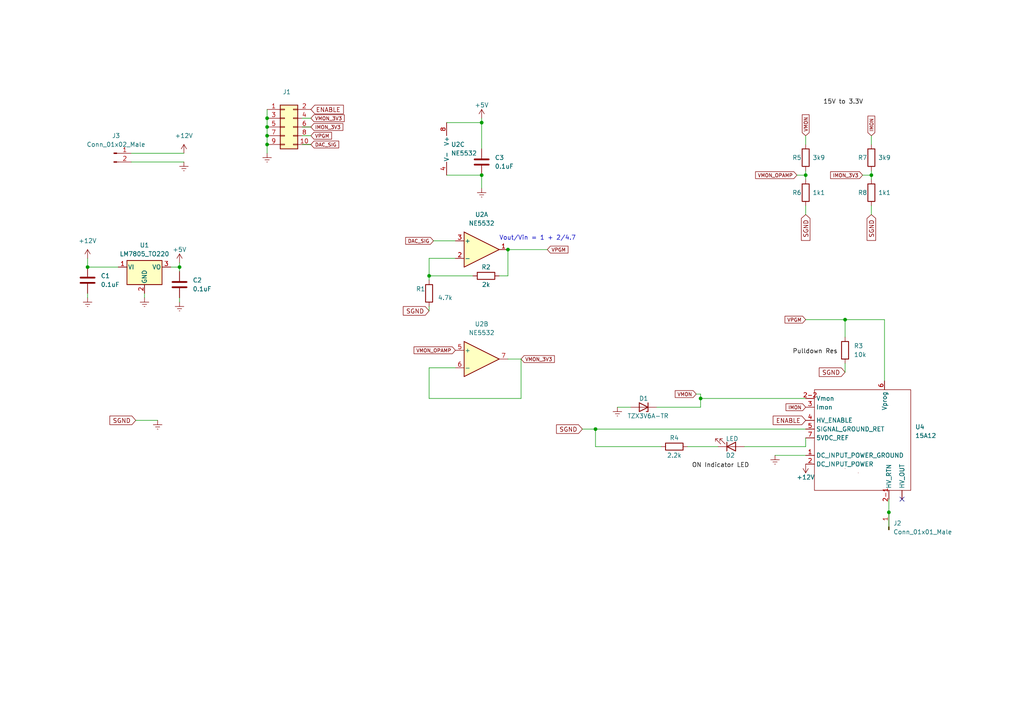
<source format=kicad_sch>
(kicad_sch (version 20211123) (generator eeschema)
  (paper "A4")
  (lib_symbols
    (symbol "Amplifier_Operational:NE5532" (pin_names (offset 0.127))
      (property "Reference" "U" (at 0 5.08 0))
      (property "Value" "NE5532" (at 0 -5.08 0))
      (symbol "NE5532_1_1"
        (polyline (pts (xy -5.08 5.08) (xy 5.08 0) (xy -5.08 -5.08) (xy -5.08 5.08)) (stroke (width 0.254)) (fill (type background)))
        (pin output line (at 7.62 0 180) (length 2.54) (name "~") (number "1"))
        (pin input line (at -7.62 -2.54 0) (length 2.54) (name "-") (number "2"))
        (pin input line (at -7.62 2.54 0) (length 2.54) (name "+") (number "3"))
      )
      (symbol "NE5532_2_1"
        (polyline (pts (xy -5.08 5.08) (xy 5.08 0) (xy -5.08 -5.08) (xy -5.08 5.08)) (stroke (width 0.254)) (fill (type background)))
        (pin input line (at -7.62 2.54 0) (length 2.54) (name "+") (number "5"))
        (pin input line (at -7.62 -2.54 0) (length 2.54) (name "-") (number "6"))
        (pin output line (at 7.62 0 180) (length 2.54) (name "~") (number "7"))
      )
      (symbol "NE5532_3_1"
        (pin power_in line (at -2.54 -7.62 90) (length 3.81) (name "V-") (number "4"))
        (pin power_in line (at -2.54 7.62 270) (length 3.81) (name "V+") (number "8"))
      )
    )
    (symbol "Connector:Conn_01x01_Male" (pin_names (offset 1.016) hide)
      (property "Reference" "J" (at 0 2.54 0))
      (property "Value" "Conn_01x01_Male" (at 0 -2.54 0))
      (symbol "Conn_01x01_Male_1_1"
        (polyline (pts (xy 1.27 0) (xy 0.8636 0)) (stroke (width 0.1524)))
        (rectangle (start 0.8636 0.127) (end 0 -0.127) (stroke (width 0.1524)) (fill (type outline)))
        (pin passive line (at 5.08 0 180) (length 3.81) (name "Pin_1") (number "1"))
      )
    )
    (symbol "Connector:Conn_01x02_Male" (pin_names (offset 1.016) hide)
      (property "Reference" "J" (at 0 2.54 0))
      (property "Value" "Conn_01x02_Male" (at 0 -5.08 0))
      (symbol "Conn_01x02_Male_1_1"
        (polyline (pts (xy 1.27 -2.54) (xy 0.8636 -2.54)) (stroke (width 0.1524)))
        (polyline (pts (xy 1.27 0) (xy 0.8636 0)) (stroke (width 0.1524)))
        (rectangle (start 0.8636 -2.413) (end 0 -2.667) (stroke (width 0.1524)) (fill (type outline)))
        (rectangle (start 0.8636 0.127) (end 0 -0.127) (stroke (width 0.1524)) (fill (type outline)))
        (pin passive line (at 5.08 0 180) (length 3.81) (name "Pin_1") (number "1"))
        (pin passive line (at 5.08 -2.54 180) (length 3.81) (name "Pin_2") (number "2"))
      )
    )
    (symbol "Connector_Generic:Conn_02x05_Odd_Even" (pin_names (offset 1.016) hide)
      (property "Reference" "J" (at 1.27 7.62 0))
      (property "Value" "Conn_02x05_Odd_Even" (at 1.27 -7.62 0))
      (symbol "Conn_02x05_Odd_Even_1_1"
        (rectangle (start -1.27 -4.953) (end 0 -5.207) (stroke (width 0.1524)))
        (rectangle (start -1.27 -2.413) (end 0 -2.667) (stroke (width 0.1524)))
        (rectangle (start -1.27 0.127) (end 0 -0.127) (stroke (width 0.1524)))
        (rectangle (start -1.27 2.667) (end 0 2.413) (stroke (width 0.1524)))
        (rectangle (start -1.27 5.207) (end 0 4.953) (stroke (width 0.1524)))
        (rectangle (start -1.27 6.35) (end 3.81 -6.35) (stroke (width 0.254)) (fill (type background)))
        (rectangle (start 3.81 -4.953) (end 2.54 -5.207) (stroke (width 0.1524)))
        (rectangle (start 3.81 -2.413) (end 2.54 -2.667) (stroke (width 0.1524)))
        (rectangle (start 3.81 0.127) (end 2.54 -0.127) (stroke (width 0.1524)))
        (rectangle (start 3.81 2.667) (end 2.54 2.413) (stroke (width 0.1524)))
        (rectangle (start 3.81 5.207) (end 2.54 4.953) (stroke (width 0.1524)))
        (pin passive line (at -5.08 5.08 0) (length 3.81) (name "Pin_1") (number "1"))
        (pin passive line (at 7.62 -5.08 180) (length 3.81) (name "Pin_10") (number "10"))
        (pin passive line (at 7.62 5.08 180) (length 3.81) (name "Pin_2") (number "2"))
        (pin passive line (at -5.08 2.54 0) (length 3.81) (name "Pin_3") (number "3"))
        (pin passive line (at 7.62 2.54 180) (length 3.81) (name "Pin_4") (number "4"))
        (pin passive line (at -5.08 0 0) (length 3.81) (name "Pin_5") (number "5"))
        (pin passive line (at 7.62 0 180) (length 3.81) (name "Pin_6") (number "6"))
        (pin passive line (at -5.08 -2.54 0) (length 3.81) (name "Pin_7") (number "7"))
        (pin passive line (at 7.62 -2.54 180) (length 3.81) (name "Pin_8") (number "8"))
        (pin passive line (at -5.08 -5.08 0) (length 3.81) (name "Pin_9") (number "9"))
      )
    )
    (symbol "Device:C" (pin_numbers hide) (pin_names (offset 0.254))
      (property "Reference" "C" (at 0.635 2.54 0))
      (property "Value" "C" (at 0.635 -2.54 0))
      (symbol "C_0_1"
        (polyline (pts (xy -2.032 -0.762) (xy 2.032 -0.762)) (stroke (width 0.508)))
        (polyline (pts (xy -2.032 0.762) (xy 2.032 0.762)) (stroke (width 0.508)))
      )
      (symbol "C_1_1"
        (pin passive line (at 0 3.81 270) (length 2.794) (name "~") (number "1"))
        (pin passive line (at 0 -3.81 90) (length 2.794) (name "~") (number "2"))
      )
    )
    (symbol "Device:D_Zener" (pin_numbers hide) (pin_names (offset 1.016) hide)
      (property "Reference" "D" (at 0 2.54 0))
      (property "Value" "D_Zener" (at 0 -2.54 0))
      (symbol "D_Zener_0_1"
        (polyline (pts (xy 1.27 0) (xy -1.27 0)))
        (polyline (pts (xy -1.27 -1.27) (xy -1.27 1.27) (xy -0.762 1.27)) (stroke (width 0.254)))
        (polyline (pts (xy 1.27 -1.27) (xy 1.27 1.27) (xy -1.27 0) (xy 1.27 -1.27)) (stroke (width 0.254)))
      )
      (symbol "D_Zener_1_1"
        (pin passive line (at -3.81 0 0) (length 2.54) (name "K") (number "1"))
        (pin passive line (at 3.81 0 180) (length 2.54) (name "A") (number "2"))
      )
    )
    (symbol "Device:LED" (pin_numbers hide) (pin_names (offset 1.016) hide)
      (property "Reference" "D" (at 0 2.54 0))
      (property "Value" "LED" (at 0 -2.54 0))
      (symbol "LED_0_1"
        (polyline (pts (xy -1.27 -1.27) (xy -1.27 1.27)) (stroke (width 0.254)))
        (polyline (pts (xy -1.27 0) (xy 1.27 0)))
        (polyline (pts (xy 1.27 -1.27) (xy 1.27 1.27) (xy -1.27 0) (xy 1.27 -1.27)) (stroke (width 0.254)))
        (polyline (pts (xy -3.048 -0.762) (xy -4.572 -2.286) (xy -3.81 -2.286) (xy -4.572 -2.286) (xy -4.572 -1.524)))
        (polyline (pts (xy -1.778 -0.762) (xy -3.302 -2.286) (xy -2.54 -2.286) (xy -3.302 -2.286) (xy -3.302 -1.524)))
      )
      (symbol "LED_1_1"
        (pin passive line (at -3.81 0 0) (length 2.54) (name "K") (number "1"))
        (pin passive line (at 3.81 0 180) (length 2.54) (name "A") (number "2"))
      )
    )
    (symbol "Device:R" (pin_numbers hide) (pin_names (offset 0))
      (property "Reference" "R" (at 2.032 0 90))
      (property "Value" "R" (at 0 0 90))
      (symbol "R_0_1"
        (rectangle (start -1.016 -2.54) (end 1.016 2.54) (stroke (width 0.254)))
      )
      (symbol "R_1_1"
        (pin passive line (at 0 3.81 270) (length 1.27) (name "~") (number "1"))
        (pin passive line (at 0 -3.81 90) (length 1.27) (name "~") (number "2"))
      )
    )
    (symbol "NE5532_1" (pin_names (offset 0.127))
      (property "Reference" "U2" (at 0 10.16 0))
      (property "Value" "NE5532_1" (at 0 7.62 0))
      (symbol "NE5532_1_1_1"
        (polyline (pts (xy -5.08 5.08) (xy 5.08 0) (xy -5.08 -5.08) (xy -5.08 5.08)) (stroke (width 0.254)) (fill (type background)))
        (pin output line (at 7.62 0 180) (length 2.54) (name "~") (number "1"))
        (pin input line (at -7.62 -2.54 0) (length 2.54) (name "-") (number "2"))
        (pin input line (at -7.62 2.54 0) (length 2.54) (name "+") (number "3"))
      )
      (symbol "NE5532_1_2_1"
        (polyline (pts (xy -5.08 5.08) (xy 5.08 0) (xy -5.08 -5.08) (xy -5.08 5.08)) (stroke (width 0.254)) (fill (type background)))
        (pin input line (at -7.62 2.54 0) (length 2.54) (name "+") (number "5"))
        (pin input line (at -7.62 -2.54 0) (length 2.54) (name "-") (number "6"))
        (pin output line (at 7.62 0 180) (length 2.54) (name "~") (number "7"))
      )
      (symbol "NE5532_1_3_1"
        (pin power_in line (at -2.54 -7.62 90) (length 3.81) (name "V-") (number "4"))
        (pin power_in line (at -2.54 7.62 270) (length 3.81) (name "V+") (number "8"))
      )
    )
    (symbol "Regulator_Linear:LM7805_TO220" (pin_names (offset 0.254))
      (property "Reference" "U" (at -3.81 3.175 0))
      (property "Value" "LM7805_TO220" (at 0 3.175 0))
      (symbol "LM7805_TO220_0_1"
        (rectangle (start -5.08 1.905) (end 5.08 -5.08) (stroke (width 0.254)) (fill (type background)))
      )
      (symbol "LM7805_TO220_1_1"
        (pin power_in line (at -7.62 0 0) (length 2.54) (name "VI") (number "1"))
        (pin power_in line (at 0 -7.62 90) (length 2.54) (name "GND") (number "2"))
        (pin power_out line (at 7.62 0 180) (length 2.54) (name "VO") (number "3"))
      )
    )
    (symbol "design:15A12"
      (property "Reference" "U4" (at 20.32 -1.9049 0))
      (property "Value" "15A12" (at 20.32 -4.4449 0))
      (symbol "15A12_0_1"
        (rectangle (start -8.89 8.89) (end 19.05 -20.32))
        (rectangle (start 0 -13.97) (end 0 -13.97))
        (rectangle (start 3.81 -15.24) (end 3.81 -15.24))
      )
      (symbol "15A12_1_1"
        (pin input line (at 16.51 -22.86 90) (length 2.54) (name "HV_OUT") (number ""))
        (pin input line (at -11.43 -10.16 0) (length 2.54) (name "DC_INPUT_POWER_GROUND") (number "1"))
        (pin output line (at -11.43 -12.7 0) (length 2.54) (name "DC_INPUT_POWER") (number "2"))
        (pin input line (at 12.7 -22.86 90) (length 2.54) (name "HV_RTN") (number "2-1"))
        (pin input line (at -11.43 6.35 0) (length 2.54) (name "Vmon") (number "2-2"))
        (pin output line (at -11.43 3.81 0) (length 2.54) (name "Imon") (number "3"))
        (pin input line (at -11.43 0 0) (length 2.54) (name "HV_ENABLE") (number "4"))
        (pin input line (at -11.43 -2.54 0) (length 2.54) (name "SIGNAL_GROUND_RET") (number "5"))
        (pin input line (at 11.43 11.43 270) (length 2.54) (name "Vprog") (number "6"))
        (pin output line (at -11.43 -5.08 0) (length 2.54) (name "5VDC_REF") (number "7"))
      )
    )
    (symbol "power:+12V" (power) (pin_names (offset 0))
      (property "Value" "+12V" (at 0 3.556 0))
      (symbol "+12V_0_1"
        (polyline (pts (xy -0.762 1.27) (xy 0 2.54)))
        (polyline (pts (xy 0 0) (xy 0 2.54)))
        (polyline (pts (xy 0 2.54) (xy 0.762 1.27)))
      )
      (symbol "+12V_1_1"
        (pin power_in line (at 0 0 90) (length 0) hide (name "+12V") (number "1"))
      )
    )
    (symbol "power:+5V" (power) (pin_names (offset 0))
      (property "Value" "+5V" (at 0 3.556 0))
      (symbol "+5V_0_1"
        (polyline (pts (xy -0.762 1.27) (xy 0 2.54)))
        (polyline (pts (xy 0 0) (xy 0 2.54)))
        (polyline (pts (xy 0 2.54) (xy 0.762 1.27)))
      )
      (symbol "+5V_1_1"
        (pin power_in line (at 0 0 90) (length 0) hide (name "+5V") (number "1"))
      )
    )
    (symbol "power:Earth" (power) (pin_names (offset 0))
      (symbol "Earth_0_1"
        (polyline (pts (xy -0.635 -1.905) (xy 0.635 -1.905)))
        (polyline (pts (xy -0.127 -2.54) (xy 0.127 -2.54)))
        (polyline (pts (xy 0 -1.27) (xy 0 0)))
        (polyline (pts (xy 1.27 -1.27) (xy -1.27 -1.27)))
      )
      (symbol "Earth_1_1"
        (pin power_in line (at 0 0 270) (length 0) hide (name "Earth") (number "1"))
      )
    )
  )
  (junction (at 139.7 50.8))
  (junction (at 147.32 72.39))
  (junction (at 77.47 36.83))
  (junction (at 203.2 115.57))
  (junction (at 139.7 35.56))
  (junction (at 233.68 50.8))
  (junction (at 245.11 92.71))
  (junction (at 77.47 39.37))
  (junction (at 252.73 50.8))
  (junction (at 77.47 34.29))
  (junction (at 124.46 80.01))
  (junction (at 25.4 77.47))
  (junction (at 172.72 124.46))
  (junction (at 52.07 77.47))
  (junction (at 257.81 148.59))
  (junction (at 77.47 41.91))
  (no_connect (at 261.62 144.78))
  (wire (pts (xy 151.13 104.14) (xy 147.32 104.14)))
  (wire (pts (xy 233.68 49.53) (xy 233.68 50.8)))
  (wire (pts (xy 77.47 34.29) (xy 77.47 31.75)))
  (wire (pts (xy 172.72 124.46) (xy 168.91 124.46)))
  (wire (pts (xy 191.77 129.54) (xy 172.72 129.54)))
  (wire (pts (xy 52.07 77.47) (xy 52.07 78.74)))
  (wire (pts (xy 203.2 115.57) (xy 203.2 118.11)))
  (wire (pts (xy 52.07 76.2) (xy 52.07 77.47)))
  (wire (pts (xy 49.53 77.47) (xy 52.07 77.47)))
  (wire (pts (xy 172.72 124.46) (xy 172.72 129.54)))
  (wire (pts (xy 256.54 92.71) (xy 256.54 110.49)))
  (wire (pts (xy 25.4 85.09) (xy 25.4 86.36)))
  (wire (pts (xy 124.46 80.01) (xy 124.46 81.28)))
  (wire (pts (xy 231.14 50.8) (xy 233.68 50.8)))
  (wire (pts (xy 77.47 44.45) (xy 77.47 41.91)))
  (wire (pts (xy 139.7 35.56) (xy 139.7 43.18)))
  (wire (pts (xy 38.1 44.45) (xy 53.34 44.45)))
  (wire (pts (xy 25.4 77.47) (xy 34.29 77.47)))
  (wire (pts (xy 39.37 121.92) (xy 45.72 121.92)))
  (wire (pts (xy 87.63 39.37) (xy 90.17 39.37)))
  (wire (pts (xy 233.68 129.54) (xy 233.68 127)))
  (wire (pts (xy 41.91 85.09) (xy 41.91 86.36)))
  (wire (pts (xy 77.47 39.37) (xy 77.47 36.83)))
  (wire (pts (xy 125.73 69.85) (xy 132.08 69.85)))
  (wire (pts (xy 245.11 105.41) (xy 245.11 107.95)))
  (wire (pts (xy 139.7 34.29) (xy 139.7 35.56)))
  (wire (pts (xy 151.13 115.57) (xy 124.46 115.57)))
  (wire (pts (xy 38.1 46.99) (xy 53.34 46.99)))
  (wire (pts (xy 87.63 41.91) (xy 90.17 41.91)))
  (wire (pts (xy 215.9 129.54) (xy 233.68 129.54)))
  (wire (pts (xy 233.68 50.8) (xy 233.68 52.07)))
  (wire (pts (xy 233.68 39.37) (xy 233.68 41.91)))
  (wire (pts (xy 203.2 114.3) (xy 203.2 115.57)))
  (wire (pts (xy 139.7 50.8) (xy 139.7 54.61)))
  (wire (pts (xy 147.32 72.39) (xy 158.75 72.39)))
  (wire (pts (xy 52.07 86.36) (xy 52.07 87.63)))
  (wire (pts (xy 147.32 80.01) (xy 144.78 80.01)))
  (wire (pts (xy 124.46 115.57) (xy 124.46 106.68)))
  (wire (pts (xy 77.47 41.91) (xy 77.47 39.37)))
  (wire (pts (xy 252.73 50.8) (xy 252.73 52.07)))
  (wire (pts (xy 124.46 74.93) (xy 132.08 74.93)))
  (wire (pts (xy 245.11 92.71) (xy 245.11 97.79)))
  (wire (pts (xy 25.4 74.93) (xy 25.4 77.47)))
  (wire (pts (xy 203.2 115.57) (xy 233.68 115.57)))
  (wire (pts (xy 87.63 36.83) (xy 90.17 36.83)))
  (wire (pts (xy 233.68 59.69) (xy 233.68 62.23)))
  (wire (pts (xy 77.47 36.83) (xy 77.47 34.29)))
  (wire (pts (xy 124.46 74.93) (xy 124.46 80.01)))
  (wire (pts (xy 250.19 50.8) (xy 252.73 50.8)))
  (wire (pts (xy 252.73 49.53) (xy 252.73 50.8)))
  (wire (pts (xy 172.72 124.46) (xy 233.68 124.46)))
  (wire (pts (xy 124.46 106.68) (xy 132.08 106.68)))
  (wire (pts (xy 87.63 34.29) (xy 90.17 34.29)))
  (wire (pts (xy 245.11 92.71) (xy 256.54 92.71)))
  (wire (pts (xy 139.7 35.56) (xy 129.54 35.56)))
  (wire (pts (xy 124.46 80.01) (xy 137.16 80.01)))
  (wire (pts (xy 124.46 90.17) (xy 124.46 88.9)))
  (wire (pts (xy 129.54 50.8) (xy 139.7 50.8)))
  (wire (pts (xy 151.13 104.14) (xy 151.13 115.57)))
  (wire (pts (xy 252.73 59.69) (xy 252.73 62.23)))
  (wire (pts (xy 199.39 129.54) (xy 208.28 129.54)))
  (wire (pts (xy 252.73 39.37) (xy 252.73 41.91)))
  (wire (pts (xy 179.07 118.11) (xy 182.88 118.11)))
  (wire (pts (xy 201.93 114.3) (xy 203.2 114.3)))
  (wire (pts (xy 257.81 148.59) (xy 257.81 153.67)))
  (wire (pts (xy 190.5 118.11) (xy 203.2 118.11)))
  (wire (pts (xy 224.79 132.08) (xy 233.68 132.08)))
  (wire (pts (xy 233.68 92.71) (xy 245.11 92.71)))
  (wire (pts (xy 257.81 144.78) (xy 257.81 148.59)))
  (wire (pts (xy 147.32 72.39) (xy 147.32 80.01)))
  (text "Vout/Vin = 1 + 2/4.7" (at 144.78 69.85 0) (effects (font (size 1.27 1.27)) (justify left bottom)))
  (label "Pulldown Res" (at 229.87 102.87 0))
  (label "ON Indicator LED" (at 200.66 135.89 0))
  (label "15V to 3.3V" (at 238.76 30.48 0))
  (global_label "IMON_3V3" (shape input) (at 90.17 36.83 0) (effects (font (size 1.016 1.016))) (property "Intersheet References" "${INTERSHEET_REFS}" (effects hide)))
  (global_label "VMON_OPAMP" (shape input) (at 231.14 50.8 180) (effects (font (size 1.016 1.016))) (property "Intersheet References" "${INTERSHEET_REFS}" (effects hide)))
  (global_label "VMON_OPAMP" (shape input) (at 132.08 101.6 180) (effects (font (size 1.016 1.016))) (property "Intersheet References" "${INTERSHEET_REFS}" (effects hide)))
  (global_label "DAC_SIG" (shape input) (at 125.73 69.85 180) (effects (font (size 1.016 1.016))) (property "Intersheet References" "${INTERSHEET_REFS}" (effects hide)))
  (global_label "SGND" (shape input) (at 245.11 107.95 180) (property "Intersheet References" "${INTERSHEET_REFS}" (effects hide)))
  (global_label "ENABLE" (shape input) (at 233.68 121.92 180) (property "Intersheet References" "${INTERSHEET_REFS}" (effects hide)))
  (global_label "VMON" (shape input) (at 201.93 114.3 180) (effects (font (size 1.016 1.016))) (property "Intersheet References" "${INTERSHEET_REFS}" (effects hide)))
  (global_label "VMON" (shape input) (at 233.68 39.37 90) (effects (font (size 1.016 1.016))) (property "Intersheet References" "${INTERSHEET_REFS}" (effects hide)))
  (global_label "SGND" (shape input) (at 168.91 124.46 180) (property "Intersheet References" "${INTERSHEET_REFS}" (effects hide)))
  (global_label "IMON" (shape input) (at 233.68 118.11 180) (effects (font (size 1.016 1.016))) (property "Intersheet References" "${INTERSHEET_REFS}" (effects hide)))
  (global_label "VMON_3V3" (shape input) (at 90.17 34.29 0) (effects (font (size 1.016 1.016))) (property "Intersheet References" "${INTERSHEET_REFS}" (effects hide)))
  (global_label "VMON_3V3" (shape input) (at 151.13 104.14 0) (effects (font (size 1.016 1.016))) (property "Intersheet References" "${INTERSHEET_REFS}" (effects hide)))
  (global_label "ENABLE" (shape input) (at 90.17 31.75 0) (property "Intersheet References" "${INTERSHEET_REFS}" (effects hide)))
  (global_label "VPGM" (shape input) (at 90.17 39.37 0) (effects (font (size 1.016 1.016))) (property "Intersheet References" "${INTERSHEET_REFS}" (effects hide)))
  (global_label "IMON" (shape input) (at 252.73 39.37 90) (effects (font (size 1.016 1.016))) (property "Intersheet References" "${INTERSHEET_REFS}" (effects hide)))
  (global_label "SGND" (shape input) (at 124.46 90.17 180) (property "Intersheet References" "${INTERSHEET_REFS}" (effects hide)))
  (global_label "VPGM" (shape input) (at 158.75 72.39 0) (effects (font (size 1.016 1.016))) (property "Intersheet References" "${INTERSHEET_REFS}" (effects hide)))
  (global_label "SGND" (shape input) (at 39.37 121.92 180) (property "Intersheet References" "${INTERSHEET_REFS}" (effects hide)))
  (global_label "DAC_SIG" (shape input) (at 90.17 41.91 0) (effects (font (size 1.016 1.016))) (property "Intersheet References" "${INTERSHEET_REFS}" (effects hide)))
  (global_label "IMON_3V3" (shape input) (at 250.19 50.8 180) (effects (font (size 1.016 1.016))) (property "Intersheet References" "${INTERSHEET_REFS}" (effects hide)))
  (global_label "VPGM" (shape input) (at 233.68 92.71 180) (effects (font (size 1.016 1.016))) (property "Intersheet References" "${INTERSHEET_REFS}" (effects hide)))
  (global_label "SGND" (shape input) (at 233.68 62.23 270) (property "Intersheet References" "${INTERSHEET_REFS}" (effects hide)))
  (global_label "SGND" (shape input) (at 252.73 62.23 270) (property "Intersheet References" "${INTERSHEET_REFS}" (effects hide)))
  (symbol (lib_id "power:+12V") (at 53.34 44.45 0) (unit 1)
    (property "Reference" "#PWR0105" (effects hide))
    (property "Value" "+12V" (at 53.34 39.37 0))
  )
  (symbol (lib_id "power:Earth") (at 139.7 54.61 0) (unit 1)
    (property "Reference" "#PWR011" (effects hide))
    (property "Value" "Earth" (effects hide))
  )
  (symbol (lib_id "power:Earth") (at 53.34 46.99 0) (unit 1)
    (property "Reference" "#PWR0106" (effects hide))
    (property "Value" "Earth" (effects hide))
  )
  (symbol (lib_id "power:+12V") (at 25.4 74.93 0) (unit 1)
    (property "Reference" "#PWR01" (effects hide))
    (property "Value" "+12V" (at 25.4 69.85 0))
  )
  (symbol (lib_id "Device:D_Zener") (at 186.69 118.11 180) (unit 1)
    (property "Reference" "D1" (at 186.69 115.57 0))
    (property "Value" "TZX3V6A-TR" (at 187.96 120.65 0))
    (property "Footprint" "Diode_THT:D_DO-35_SOD27_P7.62mm_Horizontal" (effects hide))
  )
  (symbol (lib_id "Device:C") (at 139.7 46.99 0) (unit 1)
    (property "Reference" "C3" (at 143.51 45.7199 0) (effects (justify left)))
    (property "Value" "0.1uF" (at 143.51 48.2599 0) (effects (justify left)))
    (property "Footprint" "Capacitor_THT:C_Disc_D4.3mm_W1.9mm_P5.00mm" (effects hide))
  )
  (symbol (lib_id "Regulator_Linear:LM7805_TO220") (at 41.91 77.47 0) (unit 1)
    (property "Reference" "U1" (at 41.91 71.12 0))
    (property "Value" "LM7805_TO220" (at 41.91 73.66 0))
    (property "Footprint" "Package_TO_SOT_THT:TO-220-3_Vertical" (effects hide))
    (property "Datasheet" "https://www.onsemi.cn/PowerSolutions/document/MC7800-D.PDF" (effects hide))
  )
  (symbol (lib_id "power:Earth") (at 77.47 44.45 0) (unit 1)
    (property "Reference" "#PWR0104" (effects hide))
    (property "Value" "Earth" (effects hide))
  )
  (symbol (lib_id "Device:R") (at 233.68 55.88 180) (unit 1)
    (property "Reference" "R6" (at 231.14 55.88 0))
    (property "Value" "1k1" (at 237.49 55.88 0))
    (property "Footprint" "Resistor_THT:R_Axial_DIN0207_L6.3mm_D2.5mm_P10.16mm_Horizontal" (effects hide))
  )
  (symbol (lib_id "power:+5V") (at 52.07 76.2 0) (unit 1)
    (property "Reference" "#PWR04" (effects hide))
    (property "Value" "+5V" (at 52.07 72.39 0))
  )
  (symbol (lib_id "Connector:Conn_01x02_Male") (at 33.02 44.45 0) (unit 1)
    (property "Reference" "J3" (at 33.655 39.37 0))
    (property "Value" "Conn_01x02_Male" (at 33.655 41.91 0))
    (property "Footprint" "Connector_PinSocket_2.54mm:PinSocket_1x02_P2.54mm_Vertical" (effects hide))
  )
  (symbol (lib_id "Amplifier_Operational:NE5532") (at 132.08 43.18 0) (unit 3)
    (property "Reference" "U2" (at 130.81 41.9099 0) (effects (justify left)))
    (property "Value" "NE5532" (at 130.81 44.4499 0) (effects (justify left)))
    (property "Footprint" "Package_DIP:DIP-8_W7.62mm" (effects hide))
    (property "Datasheet" "http://www.ti.com/lit/ds/symlink/ne5532.pdf" (effects hide))
  )
  (symbol (lib_name "NE5532_1") (lib_id "Amplifier_Operational:NE5532") (at 139.7 72.39 0) (unit 1)
    (property "Reference" "U2" (at 139.7 62.23 0))
    (property "Value" "NE5532" (at 139.7 64.77 0))
    (property "Footprint" "Package_DIP:DIP-8_W7.62mm" (effects hide))
    (property "Datasheet" "http://www.ti.com/lit/ds/symlink/ne5532.pdf" (effects hide))
  )
  (symbol (lib_id "Connector:Conn_01x01_Male") (at 257.81 153.67 90) (unit 1) (in_bom no)
    (property "Reference" "J2" (at 259.08 151.7649 90) (effects (justify right)))
    (property "Value" "Conn_01x01_Male" (at 259.08 154.3049 90) (effects (justify right)))
    (property "Footprint" "Connector_Wire:SolderWire-0.75sqmm_1x01_D1.25mm_OD2.3mm_Relief" (effects hide))
  )
  (symbol (lib_id "Device:R") (at 140.97 80.01 90) (unit 1)
    (property "Reference" "R2" (at 140.97 77.47 90))
    (property "Value" "2k" (at 140.97 82.55 90))
    (property "Footprint" "Resistor_THT:R_Axial_DIN0207_L6.3mm_D2.5mm_P7.62mm_Horizontal" (effects hide))
  )
  (symbol (lib_id "Device:R") (at 252.73 55.88 180) (unit 1)
    (property "Reference" "R8" (at 250.19 55.88 0))
    (property "Value" "1k1" (at 256.54 55.88 0))
    (property "Footprint" "Resistor_THT:R_Axial_DIN0207_L6.3mm_D2.5mm_P10.16mm_Horizontal" (effects hide))
  )
  (symbol (lib_id "Amplifier_Operational:NE5532") (at 139.7 104.14 0) (unit 2)
    (property "Reference" "U2" (at 139.7 93.98 0))
    (property "Value" "NE5532" (at 139.7 96.52 0))
    (property "Footprint" "Package_DIP:DIP-8_W7.62mm" (effects hide))
    (property "Datasheet" "http://www.ti.com/lit/ds/symlink/ne5532.pdf" (effects hide))
  )
  (symbol (lib_id "Device:R") (at 245.11 101.6 0) (unit 1)
    (property "Reference" "R3" (at 247.65 100.3299 0) (effects (justify left)))
    (property "Value" "10k" (at 247.65 102.8699 0) (effects (justify left)))
    (property "Footprint" "Resistor_THT:R_Axial_DIN0207_L6.3mm_D2.5mm_P10.16mm_Horizontal" (effects hide))
  )
  (symbol (lib_id "power:+5V") (at 139.7 34.29 0) (unit 1)
    (property "Reference" "#PWR010" (effects hide))
    (property "Value" "+5V" (at 139.7 30.48 0))
  )
  (symbol (lib_id "Device:R") (at 252.73 45.72 180) (unit 1)
    (property "Reference" "R7" (at 250.19 45.72 0))
    (property "Value" "3k9" (at 256.54 45.72 0))
    (property "Footprint" "Resistor_THT:R_Axial_DIN0207_L6.3mm_D2.5mm_P10.16mm_Horizontal" (effects hide))
  )
  (symbol (lib_id "Device:R") (at 233.68 45.72 180) (unit 1)
    (property "Reference" "R5" (at 231.14 45.72 0))
    (property "Value" "3k9" (at 237.49 45.72 0))
    (property "Footprint" "Resistor_THT:R_Axial_DIN0207_L6.3mm_D2.5mm_P10.16mm_Horizontal" (effects hide))
  )
  (symbol (lib_id "Device:R") (at 124.46 85.09 0) (unit 1)
    (property "Reference" "R1" (at 120.65 83.82 0) (effects (justify left)))
    (property "Value" "4.7k" (at 127 86.3599 0) (effects (justify left)))
    (property "Footprint" "Resistor_THT:R_Axial_DIN0207_L6.3mm_D2.5mm_P10.16mm_Horizontal" (effects hide))
  )
  (symbol (lib_id "power:Earth") (at 52.07 87.63 0) (unit 1)
    (property "Reference" "#PWR05" (effects hide))
    (property "Value" "Earth" (effects hide))
  )
  (symbol (lib_id "Device:LED") (at 212.09 129.54 0) (mirror x) (unit 1)
    (property "Reference" "D2" (at 211.836 132.08 0))
    (property "Value" "LED" (at 212.344 127.254 0))
    (property "Footprint" "LED_THT:LED_D3.0mm_Clear" (effects hide))
  )
  (symbol (lib_id "Connector_Generic:Conn_02x05_Odd_Even") (at 82.55 36.83 0) (unit 1)
    (property "Reference" "J1" (at 83.185 26.67 0))
    (property "Value" "Conn_01x07_Male" (effects hide))
    (property "Footprint" "Connector_PinSocket_2.54mm:PinSocket_2x05_P2.54mm_Vertical" (effects hide))
  )
  (symbol (lib_id "power:Earth") (at 25.4 86.36 0) (unit 1)
    (property "Reference" "#PWR02" (effects hide))
    (property "Value" "Earth" (effects hide))
  )
  (symbol (lib_id "Device:R") (at 195.58 129.54 90) (unit 1)
    (property "Reference" "R4" (at 195.58 127 90))
    (property "Value" "2.2k" (at 195.58 132.08 90))
    (property "Footprint" "Resistor_THT:R_Axial_DIN0207_L6.3mm_D2.5mm_P7.62mm_Horizontal" (effects hide))
  )
  (symbol (lib_id "power:+12V") (at 233.68 134.62 180) (unit 1)
    (property "Reference" "#PWR0101" (effects hide))
    (property "Value" "+12V" (at 233.68 138.43 0))
  )
  (symbol (lib_id "power:Earth") (at 41.91 86.36 0) (unit 1)
    (property "Reference" "#PWR03" (effects hide))
    (property "Value" "Earth" (effects hide))
  )
  (symbol (lib_id "power:Earth") (at 224.79 132.08 0) (unit 1)
    (property "Reference" "#PWR0103" (effects hide))
    (property "Value" "Earth" (effects hide))
  )
  (symbol (lib_id "Device:C") (at 52.07 82.55 0) (unit 1)
    (property "Reference" "C2" (at 55.88 81.2799 0) (effects (justify left)))
    (property "Value" "0.1uF" (at 55.88 83.8199 0) (effects (justify left)))
    (property "Footprint" "Capacitor_THT:C_Disc_D6.0mm_W2.5mm_P5.00mm" (effects hide))
  )
  (symbol (lib_id "design:15A12") (at 245.11 121.92 0) (unit 1)
    (property "Reference" "U4" (at 265.43 123.8249 0) (effects (justify left)))
    (property "Value" "15A12" (at 265.43 126.3649 0) (effects (justify left)))
    (property "Footprint" "Library:Advanced Energy 15A12P4" (effects hide))
  )
  (symbol (lib_id "Device:C") (at 25.4 81.28 0) (unit 1)
    (property "Reference" "C1" (at 29.21 80.0099 0) (effects (justify left)))
    (property "Value" "0.1uF" (at 29.21 82.5499 0) (effects (justify left)))
    (property "Footprint" "Capacitor_THT:C_Disc_D6.0mm_W2.5mm_P5.00mm" (effects hide))
  )
  (symbol (lib_id "power:Earth") (at 45.72 121.92 0) (unit 1)
    (property "Reference" "#PWR0102" (effects hide))
    (property "Value" "Earth" (effects hide))
  )
  (symbol (lib_id "power:Earth") (at 179.07 118.11 0) (unit 1)
    (property "Reference" "#PWR013" (effects hide))
    (property "Value" "Earth" (effects hide))
  )
)
</source>
